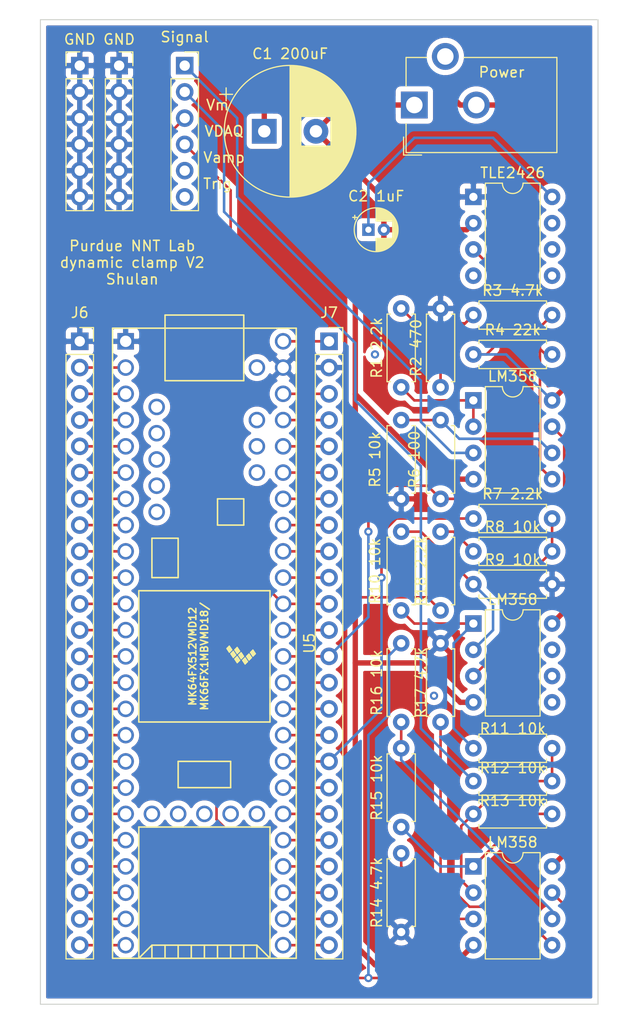
<source format=kicad_pcb>
(kicad_pcb (version 20171130) (host pcbnew "(5.1.10)-1")
  (layers (0 F.Cu signal) (31 B.Cu signal) (34 B.Paste user) (35 F.Paste user) (36 B.SilkS user) (37 F.SilkS user) (38 B.Mask user) (39 F.Mask user) (44 Edge.Cuts user))
  (net 0 "")
  (net 1 +9V)
  (net 2 -9V)
  (net 3 "Net-(C2-Pad1)")
  (net 4 0)
  (net 5 "Net-(J4-Pad1)")
  (net 6 "Net-(J4-Pad2)")
  (net 7 "Net-(J4-Pad3)")
  (net 8 "Net-(R1-Pad2)")
  (net 9 "Net-(R1-Pad1)")
  (net 10 "Net-(R3-Pad2)")
  (net 11 "Net-(R5-Pad1)")
  (net 12 "Net-(R7-Pad2)")
  (net 13 "Net-(R18-Pad1)")
  (net 14 "Net-(R10-Pad1)")
  (net 15 "Net-(R10-Pad2)")
  (net 16 "Net-(R11-Pad2)")
  (net 17 "Net-(R13-Pad2)")
  (net 18 "Net-(R14-Pad2)")
  (net 19 "Net-(R15-Pad2)")
  (net 20 "Net-(R17-Pad2)")
  (net 21 "Net-(J4-Pad4)")
  (net 22 "Net-(J6-Pad24)")
  (net 23 "Net-(J6-Pad23)")
  (net 24 "Net-(J6-Pad22)")
  (net 25 "Net-(J6-Pad21)")
  (net 26 "Net-(J6-Pad20)")
  (net 27 "Net-(J6-Pad19)")
  (net 28 "Net-(J6-Pad18)")
  (net 29 "Net-(J6-Pad17)")
  (net 30 "Net-(J6-Pad16)")
  (net 31 "Net-(J6-Pad15)")
  (net 32 "Net-(J6-Pad14)")
  (net 33 "Net-(J6-Pad13)")
  (net 34 "Net-(J6-Pad12)")
  (net 35 "Net-(J6-Pad11)")
  (net 36 "Net-(J6-Pad10)")
  (net 37 "Net-(J6-Pad9)")
  (net 38 "Net-(J6-Pad8)")
  (net 39 "Net-(J6-Pad7)")
  (net 40 "Net-(J6-Pad6)")
  (net 41 "Net-(J6-Pad5)")
  (net 42 "Net-(J6-Pad4)")
  (net 43 "Net-(J6-Pad3)")
  (net 44 "Net-(J6-Pad2)")
  (net 45 "Net-(J7-Pad1)")
  (net 46 "Net-(J7-Pad3)")
  (net 47 "Net-(J7-Pad4)")
  (net 48 "Net-(J7-Pad5)")
  (net 49 "Net-(J7-Pad6)")
  (net 50 "Net-(J7-Pad7)")
  (net 51 "Net-(J7-Pad8)")
  (net 52 "Net-(J7-Pad9)")
  (net 53 "Net-(J7-Pad10)")
  (net 54 "Net-(J7-Pad12)")
  (net 55 "Net-(J7-Pad13)")
  (net 56 "Net-(J7-Pad14)")
  (net 57 "Net-(J7-Pad15)")
  (net 58 "Net-(J7-Pad16)")
  (net 59 "Net-(J7-Pad17)")
  (net 60 "Net-(J7-Pad18)")
  (net 61 "Net-(J7-Pad19)")
  (net 62 "Net-(J7-Pad20)")
  (net 63 "Net-(J7-Pad21)")
  (net 64 "Net-(J7-Pad22)")
  (net 65 "Net-(J7-Pad23)")
  (net 66 "Net-(J7-Pad24)")
  (module Resistor_THT:R_Axial_DIN0207_L6.3mm_D2.5mm_P7.62mm_Horizontal (layer F.Cu) (at 76.2 150.495)
    (fp_text reference "R11 10k" (at 3.81 -1.905) (layer F.SilkS))
    (fp_text value 10k)
    (pad 2 thru_hole oval (at 7.62 0) (size 1.6 1.6) (drill 0.8) (layers *.Cu *.Mask) (net 16 "Net-(R11-Pad2)"))
    (pad 1 thru_hole circle (at 0 0) (size 1.6 1.6) (drill 0.8) (layers *.Cu *.Mask) (net 15 "Net-(R10-Pad2)"))
  )
  (module Capacitor_THT:CP_Radial_D12.5mm_P5.00mm (layer F.Cu) (at 55.96 90.805)
    (fp_text reference "C1 200uF" (at 2.5 -7.5) (layer F.SilkS))
    (fp_text value 200uF)
    (pad 1 thru_hole rect (at 0 0) (size 2.4 2.4) (drill 1.2) (layers *.Cu *.Mask) (net 1 +9V))
    (pad 2 thru_hole circle (at 5 0) (size 2.4 2.4) (drill 1.2) (layers *.Cu *.Mask) (net 2 -9V))
  )
  (module Capacitor_THT:CP_Radial_D4.0mm_P1.50mm (layer F.Cu) (at 66.04 100.33)
    (fp_text reference "C2 1uF" (at 0.75 -3.25) (layer F.SilkS))
    (fp_text value 1uF)
    (pad 1 thru_hole rect (at 0 0) (size 1.2 1.2) (drill 0.6) (layers *.Cu *.Mask) (net 3 "Net-(C2-Pad1)"))
    (pad 2 thru_hole circle (at 1.5 0) (size 1.2 1.2) (drill 0.6) (layers *.Cu *.Mask) (net 2 -9V))
  )
  (module Connector_PinHeader_2.54mm:PinHeader_1x06_P2.54mm_Vertical (layer F.Cu) (at 38.1 84.455)
    (fp_text reference GND (at 0 -2.54) (layer F.SilkS))
    (fp_text value Conn_01x06_Female)
    (pad 1 thru_hole rect (at 0 0) (size 1.7 1.7) (drill 1) (layers *.Cu *.Mask) (net 4 0))
    (pad 2 thru_hole oval (at 0 2.54) (size 1.7 1.7) (drill 1) (layers *.Cu *.Mask) (net 4 0))
    (pad 3 thru_hole oval (at 0 5.08) (size 1.7 1.7) (drill 1) (layers *.Cu *.Mask) (net 4 0))
    (pad 4 thru_hole oval (at 0 7.62) (size 1.7 1.7) (drill 1) (layers *.Cu *.Mask) (net 4 0))
    (pad 5 thru_hole oval (at 0 10.16) (size 1.7 1.7) (drill 1) (layers *.Cu *.Mask) (net 4 0))
    (pad 6 thru_hole oval (at 0 12.7) (size 1.7 1.7) (drill 1) (layers *.Cu *.Mask) (net 4 0))
  )
  (module Connector_BarrelJack:BarrelJack_CUI_PJ-102AH_Horizontal (layer F.Cu) (at 70.485 88.265 90)
    (fp_text reference Power (at 3.175 8.45) (layer F.SilkS))
    (fp_text value Barrel_Jack_MountingPin)
    (pad 1 thru_hole rect (at 0 0 90) (size 2.6 2.6) (drill 1.6) (layers *.Cu *.Mask) (net 2 -9V))
    (pad 2 thru_hole circle (at 0 6 90) (size 2.6 2.6) (drill 1.6) (layers *.Cu *.Mask) (net 1 +9V))
    (pad 3 thru_hole circle (at 4.7 3 90) (size 2.6 2.6) (drill 1.6) (layers *.Cu *.Mask))
  )
  (module Connector_PinSocket_2.54mm:PinSocket_1x06_P2.54mm_Vertical (layer F.Cu) (at 48.26 84.455)
    (fp_text reference Signal (at 0 -2.77) (layer F.SilkS))
    (fp_text value Screw_Terminal_01x06)
    (pad 6 thru_hole oval (at 0 12.7) (size 1.7 1.7) (drill 1) (layers *.Cu *.Mask))
    (pad 5 thru_hole oval (at 0 10.16) (size 1.7 1.7) (drill 1) (layers *.Cu *.Mask))
    (pad 4 thru_hole oval (at 0 7.62) (size 1.7 1.7) (drill 1) (layers *.Cu *.Mask) (net 21 "Net-(J4-Pad4)"))
    (pad 3 thru_hole oval (at 0 5.08) (size 1.7 1.7) (drill 1) (layers *.Cu *.Mask) (net 7 "Net-(J4-Pad3)"))
    (pad 2 thru_hole oval (at 0 2.54) (size 1.7 1.7) (drill 1) (layers *.Cu *.Mask) (net 6 "Net-(J4-Pad2)"))
    (pad 1 thru_hole rect (at 0 0) (size 1.7 1.7) (drill 1) (layers *.Cu *.Mask) (net 5 "Net-(J4-Pad1)"))
  )
  (module Connector_PinSocket_2.54mm:PinSocket_1x24_P2.54mm_Vertical (layer F.Cu) (at 38.1 111.125)
    (fp_text reference J6 (at 0 -2.77) (layer F.SilkS))
    (fp_text value Conn_01x24_Female)
    (pad 1 thru_hole rect (at 0 0) (size 1.7 1.7) (drill 1) (layers *.Cu *.Mask) (net 4 0))
    (pad 2 thru_hole oval (at 0 2.54) (size 1.7 1.7) (drill 1) (layers *.Cu *.Mask) (net 44 "Net-(J6-Pad2)"))
    (pad 3 thru_hole oval (at 0 5.08) (size 1.7 1.7) (drill 1) (layers *.Cu *.Mask) (net 43 "Net-(J6-Pad3)"))
    (pad 4 thru_hole oval (at 0 7.62) (size 1.7 1.7) (drill 1) (layers *.Cu *.Mask) (net 42 "Net-(J6-Pad4)"))
    (pad 5 thru_hole oval (at 0 10.16) (size 1.7 1.7) (drill 1) (layers *.Cu *.Mask) (net 41 "Net-(J6-Pad5)"))
    (pad 6 thru_hole oval (at 0 12.7) (size 1.7 1.7) (drill 1) (layers *.Cu *.Mask) (net 40 "Net-(J6-Pad6)"))
    (pad 7 thru_hole oval (at 0 15.24) (size 1.7 1.7) (drill 1) (layers *.Cu *.Mask) (net 39 "Net-(J6-Pad7)"))
    (pad 8 thru_hole oval (at 0 17.78) (size 1.7 1.7) (drill 1) (layers *.Cu *.Mask) (net 38 "Net-(J6-Pad8)"))
    (pad 9 thru_hole oval (at 0 20.32) (size 1.7 1.7) (drill 1) (layers *.Cu *.Mask) (net 37 "Net-(J6-Pad9)"))
    (pad 10 thru_hole oval (at 0 22.86) (size 1.7 1.7) (drill 1) (layers *.Cu *.Mask) (net 36 "Net-(J6-Pad10)"))
    (pad 11 thru_hole oval (at 0 25.4) (size 1.7 1.7) (drill 1) (layers *.Cu *.Mask) (net 35 "Net-(J6-Pad11)"))
    (pad 12 thru_hole oval (at 0 27.94) (size 1.7 1.7) (drill 1) (layers *.Cu *.Mask) (net 34 "Net-(J6-Pad12)"))
    (pad 13 thru_hole oval (at 0 30.48) (size 1.7 1.7) (drill 1) (layers *.Cu *.Mask) (net 33 "Net-(J6-Pad13)"))
    (pad 14 thru_hole oval (at 0 33.02) (size 1.7 1.7) (drill 1) (layers *.Cu *.Mask) (net 32 "Net-(J6-Pad14)"))
    (pad 15 thru_hole oval (at 0 35.56) (size 1.7 1.7) (drill 1) (layers *.Cu *.Mask) (net 31 "Net-(J6-Pad15)"))
    (pad 16 thru_hole oval (at 0 38.1) (size 1.7 1.7) (drill 1) (layers *.Cu *.Mask) (net 30 "Net-(J6-Pad16)"))
    (pad 17 thru_hole oval (at 0 40.64) (size 1.7 1.7) (drill 1) (layers *.Cu *.Mask) (net 29 "Net-(J6-Pad17)"))
    (pad 18 thru_hole oval (at 0 43.18) (size 1.7 1.7) (drill 1) (layers *.Cu *.Mask) (net 28 "Net-(J6-Pad18)"))
    (pad 19 thru_hole oval (at 0 45.72) (size 1.7 1.7) (drill 1) (layers *.Cu *.Mask) (net 27 "Net-(J6-Pad19)"))
    (pad 20 thru_hole oval (at 0 48.26) (size 1.7 1.7) (drill 1) (layers *.Cu *.Mask) (net 26 "Net-(J6-Pad20)"))
    (pad 21 thru_hole oval (at 0 50.8) (size 1.7 1.7) (drill 1) (layers *.Cu *.Mask) (net 25 "Net-(J6-Pad21)"))
    (pad 22 thru_hole oval (at 0 53.34) (size 1.7 1.7) (drill 1) (layers *.Cu *.Mask) (net 24 "Net-(J6-Pad22)"))
    (pad 23 thru_hole oval (at 0 55.88) (size 1.7 1.7) (drill 1) (layers *.Cu *.Mask) (net 23 "Net-(J6-Pad23)"))
    (pad 24 thru_hole oval (at 0 58.42) (size 1.7 1.7) (drill 1) (layers *.Cu *.Mask) (net 22 "Net-(J6-Pad24)"))
  )
  (module Connector_PinSocket_2.54mm:PinSocket_1x24_P2.54mm_Vertical (layer F.Cu) (at 62.23 111.125)
    (fp_text reference J7 (at 0 -2.77) (layer F.SilkS))
    (fp_text value Conn_01x24_Female)
    (pad 24 thru_hole oval (at 0 58.42) (size 1.7 1.7) (drill 1) (layers *.Cu *.Mask) (net 66 "Net-(J7-Pad24)"))
    (pad 23 thru_hole oval (at 0 55.88) (size 1.7 1.7) (drill 1) (layers *.Cu *.Mask) (net 65 "Net-(J7-Pad23)"))
    (pad 22 thru_hole oval (at 0 53.34) (size 1.7 1.7) (drill 1) (layers *.Cu *.Mask) (net 64 "Net-(J7-Pad22)"))
    (pad 21 thru_hole oval (at 0 50.8) (size 1.7 1.7) (drill 1) (layers *.Cu *.Mask) (net 63 "Net-(J7-Pad21)"))
    (pad 20 thru_hole oval (at 0 48.26) (size 1.7 1.7) (drill 1) (layers *.Cu *.Mask) (net 62 "Net-(J7-Pad20)"))
    (pad 19 thru_hole oval (at 0 45.72) (size 1.7 1.7) (drill 1) (layers *.Cu *.Mask) (net 61 "Net-(J7-Pad19)"))
    (pad 18 thru_hole oval (at 0 43.18) (size 1.7 1.7) (drill 1) (layers *.Cu *.Mask) (net 60 "Net-(J7-Pad18)"))
    (pad 17 thru_hole oval (at 0 40.64) (size 1.7 1.7) (drill 1) (layers *.Cu *.Mask) (net 59 "Net-(J7-Pad17)"))
    (pad 16 thru_hole oval (at 0 38.1) (size 1.7 1.7) (drill 1) (layers *.Cu *.Mask) (net 58 "Net-(J7-Pad16)"))
    (pad 15 thru_hole oval (at 0 35.56) (size 1.7 1.7) (drill 1) (layers *.Cu *.Mask) (net 57 "Net-(J7-Pad15)"))
    (pad 14 thru_hole oval (at 0 33.02) (size 1.7 1.7) (drill 1) (layers *.Cu *.Mask) (net 56 "Net-(J7-Pad14)"))
    (pad 13 thru_hole oval (at 0 30.48) (size 1.7 1.7) (drill 1) (layers *.Cu *.Mask) (net 55 "Net-(J7-Pad13)"))
    (pad 12 thru_hole oval (at 0 27.94) (size 1.7 1.7) (drill 1) (layers *.Cu *.Mask) (net 54 "Net-(J7-Pad12)"))
    (pad 11 thru_hole oval (at 0 25.4) (size 1.7 1.7) (drill 1) (layers *.Cu *.Mask) (net 21 "Net-(J4-Pad4)"))
    (pad 10 thru_hole oval (at 0 22.86) (size 1.7 1.7) (drill 1) (layers *.Cu *.Mask) (net 53 "Net-(J7-Pad10)"))
    (pad 9 thru_hole oval (at 0 20.32) (size 1.7 1.7) (drill 1) (layers *.Cu *.Mask) (net 52 "Net-(J7-Pad9)"))
    (pad 8 thru_hole oval (at 0 17.78) (size 1.7 1.7) (drill 1) (layers *.Cu *.Mask) (net 51 "Net-(J7-Pad8)"))
    (pad 7 thru_hole oval (at 0 15.24) (size 1.7 1.7) (drill 1) (layers *.Cu *.Mask) (net 50 "Net-(J7-Pad7)"))
    (pad 6 thru_hole oval (at 0 12.7) (size 1.7 1.7) (drill 1) (layers *.Cu *.Mask) (net 49 "Net-(J7-Pad6)"))
    (pad 5 thru_hole oval (at 0 10.16) (size 1.7 1.7) (drill 1) (layers *.Cu *.Mask) (net 48 "Net-(J7-Pad5)"))
    (pad 4 thru_hole oval (at 0 7.62) (size 1.7 1.7) (drill 1) (layers *.Cu *.Mask) (net 47 "Net-(J7-Pad4)"))
    (pad 3 thru_hole oval (at 0 5.08) (size 1.7 1.7) (drill 1) (layers *.Cu *.Mask) (net 46 "Net-(J7-Pad3)"))
    (pad 2 thru_hole oval (at 0 2.54) (size 1.7 1.7) (drill 1) (layers *.Cu *.Mask) (net 4 0))
    (pad 1 thru_hole rect (at 0 0) (size 1.7 1.7) (drill 1) (layers *.Cu *.Mask) (net 45 "Net-(J7-Pad1)"))
  )
  (module Connector_PinSocket_2.54mm:PinSocket_1x06_P2.54mm_Vertical (layer F.Cu) (at 41.91 84.455)
    (fp_text reference GND (at 0 -2.54) (layer F.SilkS))
    (fp_text value Screw_Terminal_01x06)
    (pad 1 thru_hole rect (at 0 0) (size 1.7 1.7) (drill 1) (layers *.Cu *.Mask) (net 4 0))
    (pad 2 thru_hole oval (at 0 2.54) (size 1.7 1.7) (drill 1) (layers *.Cu *.Mask) (net 4 0))
    (pad 3 thru_hole oval (at 0 5.08) (size 1.7 1.7) (drill 1) (layers *.Cu *.Mask) (net 4 0))
    (pad 4 thru_hole oval (at 0 7.62) (size 1.7 1.7) (drill 1) (layers *.Cu *.Mask) (net 4 0))
    (pad 5 thru_hole oval (at 0 10.16) (size 1.7 1.7) (drill 1) (layers *.Cu *.Mask) (net 4 0))
    (pad 6 thru_hole oval (at 0 12.7) (size 1.7 1.7) (drill 1) (layers *.Cu *.Mask) (net 4 0))
  )
  (module Resistor_THT:R_Axial_DIN0207_L6.3mm_D2.5mm_P7.62mm_Horizontal (layer F.Cu) (at 69.215 115.57 90)
    (fp_text reference "R1 2.2k" (at 3.81 -2.37 90) (layer F.SilkS))
    (fp_text value 2.2k)
    (pad 2 thru_hole oval (at 7.62 0 90) (size 1.6 1.6) (drill 0.8) (layers *.Cu *.Mask) (net 8 "Net-(R1-Pad2)"))
    (pad 1 thru_hole circle (at 0 0 90) (size 1.6 1.6) (drill 0.8) (layers *.Cu *.Mask) (net 9 "Net-(R1-Pad1)"))
  )
  (module Resistor_THT:R_Axial_DIN0207_L6.3mm_D2.5mm_P7.62mm_Horizontal (layer F.Cu) (at 73.025 115.57 90)
    (fp_text reference "R2 470" (at 3.81 -2.37 90) (layer F.SilkS))
    (fp_text value 470)
    (pad 2 thru_hole oval (at 7.62 0 90) (size 1.6 1.6) (drill 0.8) (layers *.Cu *.Mask) (net 4 0))
    (pad 1 thru_hole circle (at 0 0 90) (size 1.6 1.6) (drill 0.8) (layers *.Cu *.Mask) (net 8 "Net-(R1-Pad2)"))
  )
  (module Resistor_THT:R_Axial_DIN0207_L6.3mm_D2.5mm_P7.62mm_Horizontal (layer F.Cu) (at 76.2 108.585)
    (fp_text reference "R3 4.7k" (at 3.81 -2.37) (layer F.SilkS))
    (fp_text value 4.7k)
    (pad 1 thru_hole circle (at 0 0) (size 1.6 1.6) (drill 0.8) (layers *.Cu *.Mask) (net 8 "Net-(R1-Pad2)"))
    (pad 2 thru_hole oval (at 7.62 0) (size 1.6 1.6) (drill 0.8) (layers *.Cu *.Mask) (net 10 "Net-(R3-Pad2)"))
  )
  (module Resistor_THT:R_Axial_DIN0207_L6.3mm_D2.5mm_P7.62mm_Horizontal (layer F.Cu) (at 76.2 112.395)
    (fp_text reference "R4 22k" (at 3.81 -2.37) (layer F.SilkS))
    (fp_text value 22k)
    (pad 1 thru_hole circle (at 0 0) (size 1.6 1.6) (drill 0.8) (layers *.Cu *.Mask) (net 1 +9V))
    (pad 2 thru_hole oval (at 7.62 0) (size 1.6 1.6) (drill 0.8) (layers *.Cu *.Mask) (net 10 "Net-(R3-Pad2)"))
  )
  (module Resistor_THT:R_Axial_DIN0207_L6.3mm_D2.5mm_P7.62mm_Horizontal (layer F.Cu) (at 69.215 118.745 270)
    (fp_text reference "R5 10k" (at 3.81 2.54 90) (layer F.SilkS))
    (fp_text value 10k)
    (pad 2 thru_hole oval (at 7.62 0 270) (size 1.6 1.6) (drill 0.8) (layers *.Cu *.Mask) (net 4 0))
    (pad 1 thru_hole circle (at 0 0 270) (size 1.6 1.6) (drill 0.8) (layers *.Cu *.Mask) (net 11 "Net-(R5-Pad1)"))
  )
  (module Resistor_THT:R_Axial_DIN0207_L6.3mm_D2.5mm_P7.62mm_Horizontal (layer F.Cu) (at 73.025 118.745 270)
    (fp_text reference "R6 100" (at 3.81 2.54 90) (layer F.SilkS))
    (fp_text value 10k)
    (pad 1 thru_hole circle (at 0 0 270) (size 1.6 1.6) (drill 0.8) (layers *.Cu *.Mask) (net 11 "Net-(R5-Pad1)"))
    (pad 2 thru_hole oval (at 7.62 0 270) (size 1.6 1.6) (drill 0.8) (layers *.Cu *.Mask) (net 55 "Net-(J7-Pad13)"))
  )
  (module Resistor_THT:R_Axial_DIN0207_L6.3mm_D2.5mm_P7.62mm_Horizontal (layer F.Cu) (at 76.2 128.27)
    (fp_text reference "R7 2.2k" (at 3.81 -2.37) (layer F.SilkS))
    (fp_text value 2.2k)
    (pad 2 thru_hole oval (at 7.62 0) (size 1.6 1.6) (drill 0.8) (layers *.Cu *.Mask) (net 12 "Net-(R7-Pad2)"))
    (pad 1 thru_hole circle (at 0 0) (size 1.6 1.6) (drill 0.8) (layers *.Cu *.Mask) (net 59 "Net-(J7-Pad17)"))
  )
  (module Resistor_THT:R_Axial_DIN0207_L6.3mm_D2.5mm_P7.62mm_Horizontal (layer F.Cu) (at 76.2 131.445)
    (fp_text reference "R8 10k" (at 3.81 -2.37) (layer F.SilkS))
    (fp_text value 10k)
    (pad 1 thru_hole circle (at 0 0) (size 1.6 1.6) (drill 0.8) (layers *.Cu *.Mask) (net 13 "Net-(R18-Pad1)"))
    (pad 2 thru_hole oval (at 7.62 0) (size 1.6 1.6) (drill 0.8) (layers *.Cu *.Mask) (net 12 "Net-(R7-Pad2)"))
  )
  (module Resistor_THT:R_Axial_DIN0207_L6.3mm_D2.5mm_P7.62mm_Horizontal (layer F.Cu) (at 76.2 134.62)
    (fp_text reference "R9 10k" (at 3.81 -2.37) (layer F.SilkS))
    (fp_text value 10k)
    (pad 1 thru_hole circle (at 0 0) (size 1.6 1.6) (drill 0.8) (layers *.Cu *.Mask) (net 14 "Net-(R10-Pad1)"))
    (pad 2 thru_hole oval (at 7.62 0) (size 1.6 1.6) (drill 0.8) (layers *.Cu *.Mask) (net 4 0))
  )
  (module Resistor_THT:R_Axial_DIN0207_L6.3mm_D2.5mm_P7.62mm_Horizontal (layer F.Cu) (at 69.215 129.54 270)
    (fp_text reference "R10 10k" (at 3.81 2.54 90) (layer F.SilkS))
    (fp_text value 10k)
    (pad 2 thru_hole oval (at 7.62 0 270) (size 1.6 1.6) (drill 0.8) (layers *.Cu *.Mask) (net 15 "Net-(R10-Pad2)"))
    (pad 1 thru_hole circle (at 0 0 270) (size 1.6 1.6) (drill 0.8) (layers *.Cu *.Mask) (net 14 "Net-(R10-Pad1)"))
  )
  (module Resistor_THT:R_Axial_DIN0207_L6.3mm_D2.5mm_P7.62mm_Horizontal (layer F.Cu) (at 83.82 153.67 180)
    (fp_text reference "R12 10k" (at 3.81 1.27) (layer F.SilkS))
    (fp_text value 10k)
    (pad 1 thru_hole circle (at 0 0 180) (size 1.6 1.6) (drill 0.8) (layers *.Cu *.Mask) (net 16 "Net-(R11-Pad2)"))
    (pad 2 thru_hole oval (at 7.62 0 180) (size 1.6 1.6) (drill 0.8) (layers *.Cu *.Mask) (net 6 "Net-(J4-Pad2)"))
  )
  (module Resistor_THT:R_Axial_DIN0207_L6.3mm_D2.5mm_P7.62mm_Horizontal (layer F.Cu) (at 76.2 156.845)
    (fp_text reference "R13 10k" (at 3.81 -1.27) (layer F.SilkS))
    (fp_text value 10k)
    (pad 2 thru_hole oval (at 7.62 0) (size 1.6 1.6) (drill 0.8) (layers *.Cu *.Mask) (net 17 "Net-(R13-Pad2)"))
    (pad 1 thru_hole circle (at 0 0) (size 1.6 1.6) (drill 0.8) (layers *.Cu *.Mask) (net 16 "Net-(R11-Pad2)"))
  )
  (module Resistor_THT:R_Axial_DIN0207_L6.3mm_D2.5mm_P7.62mm_Horizontal (layer F.Cu) (at 69.215 168.275 90)
    (fp_text reference "R14 4.7k" (at 3.81 -2.37 90) (layer F.SilkS))
    (fp_text value 4.7k)
    (pad 1 thru_hole circle (at 0 0 90) (size 1.6 1.6) (drill 0.8) (layers *.Cu *.Mask) (net 4 0))
    (pad 2 thru_hole oval (at 7.62 0 90) (size 1.6 1.6) (drill 0.8) (layers *.Cu *.Mask) (net 18 "Net-(R14-Pad2)"))
  )
  (module Resistor_THT:R_Axial_DIN0207_L6.3mm_D2.5mm_P7.62mm_Horizontal (layer F.Cu) (at 69.215 158.115 90)
    (fp_text reference "R15 10k" (at 3.81 -2.37 90) (layer F.SilkS))
    (fp_text value 10k)
    (pad 1 thru_hole circle (at 0 0 90) (size 1.6 1.6) (drill 0.8) (layers *.Cu *.Mask) (net 17 "Net-(R13-Pad2)"))
    (pad 2 thru_hole oval (at 7.62 0 90) (size 1.6 1.6) (drill 0.8) (layers *.Cu *.Mask) (net 19 "Net-(R15-Pad2)"))
  )
  (module Resistor_THT:R_Axial_DIN0207_L6.3mm_D2.5mm_P7.62mm_Horizontal (layer F.Cu) (at 69.215 147.955 90)
    (fp_text reference "R16 10k" (at 3.81 -2.37 90) (layer F.SilkS))
    (fp_text value 10k)
    (pad 1 thru_hole circle (at 0 0 90) (size 1.6 1.6) (drill 0.8) (layers *.Cu *.Mask) (net 19 "Net-(R15-Pad2)"))
    (pad 2 thru_hole oval (at 7.62 0 90) (size 1.6 1.6) (drill 0.8) (layers *.Cu *.Mask) (net 7 "Net-(J4-Pad3)"))
  )
  (module Resistor_THT:R_Axial_DIN0207_L6.3mm_D2.5mm_P7.62mm_Horizontal (layer F.Cu) (at 73.025 140.335 270)
    (fp_text reference "R17 4.7k" (at 3.81 1.905 90) (layer F.SilkS))
    (fp_text value 0k)
    (pad 2 thru_hole oval (at 7.62 0 270) (size 1.6 1.6) (drill 0.8) (layers *.Cu *.Mask) (net 20 "Net-(R17-Pad2)"))
    (pad 1 thru_hole circle (at 0 0 270) (size 1.6 1.6) (drill 0.8) (layers *.Cu *.Mask) (net 4 0))
  )
  (module Resistor_THT:R_Axial_DIN0207_L6.3mm_D2.5mm_P7.62mm_Horizontal (layer F.Cu) (at 73.025 129.54 270)
    (fp_text reference "R18 2.2k" (at 3.81 1.905 90) (layer F.SilkS))
    (fp_text value 2.2k)
    (pad 2 thru_hole oval (at 7.62 0 270) (size 1.6 1.6) (drill 0.8) (layers *.Cu *.Mask) (net 2 -9V))
    (pad 1 thru_hole circle (at 0 0 270) (size 1.6 1.6) (drill 0.8) (layers *.Cu *.Mask) (net 13 "Net-(R18-Pad1)"))
  )
  (module Package_DIP:DIP-8_W7.62mm (layer F.Cu) (at 76.2 116.84)
    (fp_text reference LM358 (at 3.81 -2.33) (layer F.SilkS))
    (fp_text value LM358)
    (pad 8 thru_hole oval (at 7.62 0) (size 1.6 1.6) (drill 0.8) (layers *.Cu *.Mask) (net 1 +9V))
    (pad 4 thru_hole oval (at 0 7.62) (size 1.6 1.6) (drill 0.8) (layers *.Cu *.Mask) (net 2 -9V))
    (pad 7 thru_hole oval (at 7.62 2.54) (size 1.6 1.6) (drill 0.8) (layers *.Cu *.Mask) (net 55 "Net-(J7-Pad13)"))
    (pad 3 thru_hole oval (at 0 5.08) (size 1.6 1.6) (drill 0.8) (layers *.Cu *.Mask) (net 5 "Net-(J4-Pad1)"))
    (pad 6 thru_hole oval (at 7.62 5.08) (size 1.6 1.6) (drill 0.8) (layers *.Cu *.Mask) (net 11 "Net-(R5-Pad1)"))
    (pad 2 thru_hole oval (at 0 2.54) (size 1.6 1.6) (drill 0.8) (layers *.Cu *.Mask) (net 9 "Net-(R1-Pad1)"))
    (pad 5 thru_hole oval (at 7.62 7.62) (size 1.6 1.6) (drill 0.8) (layers *.Cu *.Mask) (net 10 "Net-(R3-Pad2)"))
    (pad 1 thru_hole rect (at 0 0) (size 1.6 1.6) (drill 0.8) (layers *.Cu *.Mask) (net 9 "Net-(R1-Pad1)"))
  )
  (module Package_DIP:DIP-8_W7.62mm (layer F.Cu) (at 76.2 138.43)
    (fp_text reference LM358 (at 3.81 -2.33) (layer F.SilkS))
    (fp_text value LM358)
    (pad 1 thru_hole rect (at 0 0) (size 1.6 1.6) (drill 0.8) (layers *.Cu *.Mask) (net 15 "Net-(R10-Pad2)"))
    (pad 5 thru_hole oval (at 7.62 7.62) (size 1.6 1.6) (drill 0.8) (layers *.Cu *.Mask))
    (pad 2 thru_hole oval (at 0 2.54) (size 1.6 1.6) (drill 0.8) (layers *.Cu *.Mask) (net 14 "Net-(R10-Pad1)"))
    (pad 6 thru_hole oval (at 7.62 5.08) (size 1.6 1.6) (drill 0.8) (layers *.Cu *.Mask))
    (pad 3 thru_hole oval (at 0 5.08) (size 1.6 1.6) (drill 0.8) (layers *.Cu *.Mask) (net 12 "Net-(R7-Pad2)"))
    (pad 7 thru_hole oval (at 7.62 2.54) (size 1.6 1.6) (drill 0.8) (layers *.Cu *.Mask))
    (pad 4 thru_hole oval (at 0 7.62) (size 1.6 1.6) (drill 0.8) (layers *.Cu *.Mask) (net 2 -9V))
    (pad 8 thru_hole oval (at 7.62 0) (size 1.6 1.6) (drill 0.8) (layers *.Cu *.Mask) (net 1 +9V))
  )
  (module Package_DIP:DIP-8_W7.62mm (layer F.Cu) (at 76.2 161.925)
    (fp_text reference LM358 (at 3.81 -2.33) (layer F.SilkS))
    (fp_text value LM358)
    (pad 1 thru_hole rect (at 0 0) (size 1.6 1.6) (drill 0.8) (layers *.Cu *.Mask) (net 17 "Net-(R13-Pad2)"))
    (pad 5 thru_hole oval (at 7.62 7.62) (size 1.6 1.6) (drill 0.8) (layers *.Cu *.Mask) (net 20 "Net-(R17-Pad2)"))
    (pad 2 thru_hole oval (at 0 2.54) (size 1.6 1.6) (drill 0.8) (layers *.Cu *.Mask) (net 16 "Net-(R11-Pad2)"))
    (pad 6 thru_hole oval (at 7.62 5.08) (size 1.6 1.6) (drill 0.8) (layers *.Cu *.Mask) (net 19 "Net-(R15-Pad2)"))
    (pad 3 thru_hole oval (at 0 5.08) (size 1.6 1.6) (drill 0.8) (layers *.Cu *.Mask) (net 18 "Net-(R14-Pad2)"))
    (pad 7 thru_hole oval (at 7.62 2.54) (size 1.6 1.6) (drill 0.8) (layers *.Cu *.Mask) (net 7 "Net-(J4-Pad3)"))
    (pad 4 thru_hole oval (at 0 7.62) (size 1.6 1.6) (drill 0.8) (layers *.Cu *.Mask) (net 2 -9V))
    (pad 8 thru_hole oval (at 7.62 0) (size 1.6 1.6) (drill 0.8) (layers *.Cu *.Mask) (net 1 +9V))
  )
  (module Package_DIP:DIP-8_W7.62mm (layer F.Cu) (at 76.2 97.155)
    (fp_text reference TLE2426 (at 3.81 -2.33) (layer F.SilkS))
    (fp_text value TLE2426xD)
    (pad 8 thru_hole oval (at 7.62 0) (size 1.6 1.6) (drill 0.8) (layers *.Cu *.Mask) (net 3 "Net-(C2-Pad1)"))
    (pad 4 thru_hole oval (at 0 7.62) (size 1.6 1.6) (drill 0.8) (layers *.Cu *.Mask))
    (pad 7 thru_hole oval (at 7.62 2.54) (size 1.6 1.6) (drill 0.8) (layers *.Cu *.Mask))
    (pad 3 thru_hole oval (at 0 5.08) (size 1.6 1.6) (drill 0.8) (layers *.Cu *.Mask) (net 1 +9V))
    (pad 6 thru_hole oval (at 7.62 5.08) (size 1.6 1.6) (drill 0.8) (layers *.Cu *.Mask))
    (pad 2 thru_hole oval (at 0 2.54) (size 1.6 1.6) (drill 0.8) (layers *.Cu *.Mask) (net 2 -9V))
    (pad 5 thru_hole oval (at 7.62 7.62) (size 1.6 1.6) (drill 0.8) (layers *.Cu *.Mask))
    (pad 1 thru_hole rect (at 0 0) (size 1.6 1.6) (drill 0.8) (layers *.Cu *.Mask) (net 4 0))
  )
  (module teensy:Teensy35_36 (layer F.Cu) (at 50.165 140.335 270)
    (fp_text reference U5 (at 0 -10.16 90) (layer F.SilkS))
    (fp_text value Teensy3.6)
    (fp_text user MK66FX1MBVMD18/ (at 1.27 0 90) (layer F.SilkS) (effects (font (size 0.7 0.7))))
    (fp_text user MK64FX512VMD12 (at 1.27 1.143 90) (layer F.SilkS) (effects (font (size 0.7 0.7))))
    (pad 17 thru_hole circle (at 11.43 7.62 270) (size 1.6 1.6) (drill 1.1) (layers *.Cu *.Mask) (net 29 "Net-(J6-Pad17)"))
    (pad 18 thru_hole circle (at 13.97 7.62 270) (size 1.6 1.6) (drill 1.1) (layers *.Cu *.Mask) (net 28 "Net-(J6-Pad18)"))
    (pad 19 thru_hole circle (at 16.51 7.62 270) (size 1.6 1.6) (drill 1.1) (layers *.Cu *.Mask) (net 27 "Net-(J6-Pad19)"))
    (pad 20 thru_hole circle (at 19.05 7.62 270) (size 1.6 1.6) (drill 1.1) (layers *.Cu *.Mask) (net 26 "Net-(J6-Pad20)"))
    (pad 16 thru_hole circle (at 8.89 7.62 270) (size 1.6 1.6) (drill 1.1) (layers *.Cu *.Mask) (net 30 "Net-(J6-Pad16)"))
    (pad 15 thru_hole circle (at 6.35 7.62 270) (size 1.6 1.6) (drill 1.1) (layers *.Cu *.Mask) (net 31 "Net-(J6-Pad15)"))
    (pad 14 thru_hole circle (at 3.81 7.62 270) (size 1.6 1.6) (drill 1.1) (layers *.Cu *.Mask) (net 32 "Net-(J6-Pad14)"))
    (pad 21 thru_hole circle (at 21.59 7.62 270) (size 1.6 1.6) (drill 1.1) (layers *.Cu *.Mask) (net 25 "Net-(J6-Pad21)"))
    (pad 22 thru_hole circle (at 24.13 7.62 270) (size 1.6 1.6) (drill 1.1) (layers *.Cu *.Mask) (net 24 "Net-(J6-Pad22)"))
    (pad 23 thru_hole circle (at 26.67 7.62 270) (size 1.6 1.6) (drill 1.1) (layers *.Cu *.Mask) (net 23 "Net-(J6-Pad23)"))
    (pad 24 thru_hole circle (at 29.21 7.62 270) (size 1.6 1.6) (drill 1.1) (layers *.Cu *.Mask) (net 22 "Net-(J6-Pad24)"))
    (pad 25 thru_hole circle (at 16.51 5.08 270) (size 1.6 1.6) (drill 1.1) (layers *.Cu *.Mask))
    (pad 26 thru_hole circle (at 16.51 2.54 270) (size 1.6 1.6) (drill 1.1) (layers *.Cu *.Mask))
    (pad 27 thru_hole circle (at 16.51 0 270) (size 1.6 1.6) (drill 1.1) (layers *.Cu *.Mask))
    (pad 28 thru_hole circle (at 16.51 -2.54 270) (size 1.6 1.6) (drill 1.1) (layers *.Cu *.Mask))
    (pad 29 thru_hole circle (at 16.51 -5.08 270) (size 1.6 1.6) (drill 1.1) (layers *.Cu *.Mask))
    (pad 30 thru_hole circle (at 29.21 -7.62 270) (size 1.6 1.6) (drill 1.1) (layers *.Cu *.Mask) (net 66 "Net-(J7-Pad24)"))
    (pad 31 thru_hole circle (at 26.67 -7.62 270) (size 1.6 1.6) (drill 1.1) (layers *.Cu *.Mask) (net 65 "Net-(J7-Pad23)"))
    (pad 32 thru_hole circle (at 24.13 -7.62 270) (size 1.6 1.6) (drill 1.1) (layers *.Cu *.Mask) (net 64 "Net-(J7-Pad22)"))
    (pad 33 thru_hole circle (at 21.59 -7.62 270) (size 1.6 1.6) (drill 1.1) (layers *.Cu *.Mask) (net 63 "Net-(J7-Pad21)"))
    (pad 34 thru_hole circle (at 19.05 -7.62 270) (size 1.6 1.6) (drill 1.1) (layers *.Cu *.Mask) (net 62 "Net-(J7-Pad20)"))
    (pad 35 thru_hole circle (at 16.51 -7.62 270) (size 1.6 1.6) (drill 1.1) (layers *.Cu *.Mask) (net 61 "Net-(J7-Pad19)"))
    (pad 36 thru_hole circle (at 13.97 -7.62 270) (size 1.6 1.6) (drill 1.1) (layers *.Cu *.Mask) (net 60 "Net-(J7-Pad18)"))
    (pad 37 thru_hole circle (at 11.43 -7.62 270) (size 1.6 1.6) (drill 1.1) (layers *.Cu *.Mask) (net 59 "Net-(J7-Pad17)"))
    (pad 13 thru_hole circle (at 1.27 7.62 270) (size 1.6 1.6) (drill 1.1) (layers *.Cu *.Mask) (net 33 "Net-(J6-Pad13)"))
    (pad 12 thru_hole circle (at -1.27 7.62 270) (size 1.6 1.6) (drill 1.1) (layers *.Cu *.Mask) (net 34 "Net-(J6-Pad12)"))
    (pad 11 thru_hole circle (at -3.81 7.62 270) (size 1.6 1.6) (drill 1.1) (layers *.Cu *.Mask) (net 35 "Net-(J6-Pad11)"))
    (pad 10 thru_hole circle (at -6.35 7.62 270) (size 1.6 1.6) (drill 1.1) (layers *.Cu *.Mask) (net 36 "Net-(J6-Pad10)"))
    (pad 9 thru_hole circle (at -8.89 7.62 270) (size 1.6 1.6) (drill 1.1) (layers *.Cu *.Mask) (net 37 "Net-(J6-Pad9)"))
    (pad 8 thru_hole circle (at -11.43 7.62 270) (size 1.6 1.6) (drill 1.1) (layers *.Cu *.Mask) (net 38 "Net-(J6-Pad8)"))
    (pad 7 thru_hole circle (at -13.97 7.62 270) (size 1.6 1.6) (drill 1.1) (layers *.Cu *.Mask) (net 39 "Net-(J6-Pad7)"))
    (pad 6 thru_hole circle (at -16.51 7.62 270) (size 1.6 1.6) (drill 1.1) (layers *.Cu *.Mask) (net 40 "Net-(J6-Pad6)"))
    (pad 5 thru_hole circle (at -19.05 7.62 270) (size 1.6 1.6) (drill 1.1) (layers *.Cu *.Mask) (net 41 "Net-(J6-Pad5)"))
    (pad 4 thru_hole circle (at -21.59 7.62 270) (size 1.6 1.6) (drill 1.1) (layers *.Cu *.Mask) (net 42 "Net-(J6-Pad4)"))
    (pad 3 thru_hole circle (at -24.13 7.62 270) (size 1.6 1.6) (drill 1.1) (layers *.Cu *.Mask) (net 43 "Net-(J6-Pad3)"))
    (pad 2 thru_hole circle (at -26.67 7.62 270) (size 1.6 1.6) (drill 1.1) (layers *.Cu *.Mask) (net 44 "Net-(J6-Pad2)"))
    (pad 1 thru_hole rect (at -29.21 7.62 270) (size 1.6 1.6) (drill 1.1) (layers *.Cu *.Mask) (net 4 0))
    (pad 38 thru_hole circle (at 8.89 -7.62 270) (size 1.6 1.6) (drill 1.1) (layers *.Cu *.Mask) (net 58 "Net-(J7-Pad16)"))
    (pad 39 thru_hole circle (at 6.35 -7.62 270) (size 1.6 1.6) (drill 1.1) (layers *.Cu *.Mask) (net 57 "Net-(J7-Pad15)"))
    (pad 40 thru_hole circle (at 3.81 -7.62 270) (size 1.6 1.6) (drill 1.1) (layers *.Cu *.Mask) (net 56 "Net-(J7-Pad14)"))
    (pad 41 thru_hole circle (at 1.27 -7.62 270) (size 1.6 1.6) (drill 1.1) (layers *.Cu *.Mask) (net 55 "Net-(J7-Pad13)"))
    (pad 42 thru_hole circle (at -1.27 -7.62 270) (size 1.6 1.6) (drill 1.1) (layers *.Cu *.Mask) (net 54 "Net-(J7-Pad12)"))
    (pad 43 thru_hole circle (at -3.81 -7.62 270) (size 1.6 1.6) (drill 1.1) (layers *.Cu *.Mask) (net 21 "Net-(J4-Pad4)"))
    (pad 44 thru_hole circle (at -6.35 -7.62 270) (size 1.6 1.6) (drill 1.1) (layers *.Cu *.Mask) (net 53 "Net-(J7-Pad10)"))
    (pad 45 thru_hole circle (at -8.89 -7.62 270) (size 1.6 1.6) (drill 1.1) (layers *.Cu *.Mask) (net 52 "Net-(J7-Pad9)"))
    (pad 46 thru_hole circle (at -11.43 -7.62 270) (size 1.6 1.6) (drill 1.1) (layers *.Cu *.Mask) (net 51 "Net-(J7-Pad8)"))
    (pad 47 thru_hole circle (at -13.97 -7.62 270) (size 1.6 1.6) (drill 1.1) (layers *.Cu *.Mask) (net 50 "Net-(J7-Pad7)"))
    (pad 48 thru_hole circle (at -16.51 -7.62 270) (size 1.6 1.6) (drill 1.1) (layers *.Cu *.Mask) (net 49 "Net-(J7-Pad6)"))
    (pad 49 thru_hole circle (at -19.05 -7.62 270) (size 1.6 1.6) (drill 1.1) (layers *.Cu *.Mask) (net 48 "Net-(J7-Pad5)"))
    (pad 50 thru_hole circle (at -21.59 -7.62 270) (size 1.6 1.6) (drill 1.1) (layers *.Cu *.Mask) (net 47 "Net-(J7-Pad4)"))
    (pad 51 thru_hole circle (at -24.13 -7.62 270) (size 1.6 1.6) (drill 1.1) (layers *.Cu *.Mask) (net 46 "Net-(J7-Pad3)"))
    (pad 52 thru_hole circle (at -26.67 -7.62 270) (size 1.6 1.6) (drill 1.1) (layers *.Cu *.Mask) (net 4 0))
    (pad 53 thru_hole circle (at -29.21 -7.62 270) (size 1.6 1.6) (drill 1.1) (layers *.Cu *.Mask) (net 45 "Net-(J7-Pad1)"))
    (pad 54 thru_hole circle (at -26.67 -5.08 270) (size 1.6 1.6) (drill 1.1) (layers *.Cu *.Mask))
    (pad 55 thru_hole circle (at -21.59 -5.08 270) (size 1.6 1.6) (drill 1.1) (layers *.Cu *.Mask))
    (pad 56 thru_hole circle (at -19.05 -5.08 270) (size 1.6 1.6) (drill 1.1) (layers *.Cu *.Mask))
    (pad 57 thru_hole circle (at -16.51 -5.08 270) (size 1.6 1.6) (drill 1.1) (layers *.Cu *.Mask))
    (pad 58 thru_hole circle (at -22.86 4.62 270) (size 1.6 1.6) (drill 1.1) (layers *.Cu *.Mask))
    (pad 59 thru_hole circle (at -20.32 4.62 270) (size 1.6 1.6) (drill 1.1) (layers *.Cu *.Mask))
    (pad 60 thru_hole circle (at -17.78 4.62 270) (size 1.6 1.6) (drill 1.1) (layers *.Cu *.Mask))
    (pad 61 thru_hole circle (at -15.24 4.62 270) (size 1.6 1.6) (drill 1.1) (layers *.Cu *.Mask))
    (pad 62 thru_hole circle (at -12.7 4.62 270) (size 1.6 1.6) (drill 1.1) (layers *.Cu *.Mask))
  )
  (gr_text "Purdue NNT Lab\ndynamic clamp V2\nShulan" (at 43.18 103.505) (layer F.SilkS) (effects (font (size 1 1))))
  (gr_line (start 88.265 80.01) (end 88.265 175.26) (layer Edge.Cuts) (width 0.1))
  (gr_line (start 34.29 80.01) (end 88.265 80.01) (layer Edge.Cuts) (width 0.1))
  (gr_line (start 34.29 175.26) (end 34.29 80.01) (layer Edge.Cuts) (width 0.1))
  (gr_line (start 88.265 175.26) (end 34.29 175.26) (layer Edge.Cuts) (width 0.1))
  (gr_text Trig (at 51.435 95.885) (layer F.SilkS) (effects (font (size 1 1))))
  (gr_text Vamp (at 52.07 93.345) (layer F.SilkS) (effects (font (size 1 1))))
  (gr_text VDAQ (at 52.07 90.805) (layer F.SilkS) (effects (font (size 1 1))))
  (gr_text Vm (at 51.435 88.265) (layer F.SilkS) (effects (font (size 1 1))))
  (via (at 66.675 112.395) (size 0.8) (drill 0.4) (layers F.Cu B.Cu) (net 0))
  (via (at 72.39 145.415) (size 0.8) (drill 0.4) (layers F.Cu B.Cu) (net 0))
  (segment (start 78.323477 88.265) (end 86.36 96.301523) (width 0.518) (layer F.Cu) (net 1))
  (segment (start 76.485 88.265) (end 78.323477 88.265) (width 0.518) (layer F.Cu) (net 1))
  (segment (start 86.36 114.3) (end 83.82 116.84) (width 0.518) (layer F.Cu) (net 1))
  (segment (start 86.36 96.301523) (end 86.36 114.3) (width 0.518) (layer F.Cu) (net 1))
  (segment (start 86.36 135.89) (end 86.36 114.3) (width 0.518) (layer F.Cu) (net 1))
  (segment (start 83.82 138.43) (end 86.36 135.89) (width 0.518) (layer F.Cu) (net 1))
  (segment (start 86.36 159.385) (end 86.36 135.89) (width 0.518) (layer F.Cu) (net 1))
  (segment (start 83.82 161.925) (end 86.36 159.385) (width 0.518) (layer F.Cu) (net 1))
  (segment (start 74.93 88.265) (end 76.485 88.265) (width 0.518) (layer F.Cu) (net 1))
  (segment (start 71.12 84.455) (end 74.93 88.265) (width 0.518) (layer F.Cu) (net 1))
  (segment (start 57.785 84.455) (end 71.12 84.455) (width 0.518) (layer F.Cu) (net 1))
  (segment (start 55.96 86.28) (end 57.785 84.455) (width 0.518) (layer F.Cu) (net 1))
  (segment (start 55.96 90.805) (end 55.96 86.28) (width 0.518) (layer F.Cu) (net 1))
  (segment (start 77.47 112.395) (end 76.2 112.395) (width 0.25) (layer F.Cu) (net 1))
  (segment (start 78.105 111.76) (end 77.47 112.395) (width 0.25) (layer F.Cu) (net 1))
  (segment (start 78.105 104.14) (end 78.105 111.76) (width 0.25) (layer F.Cu) (net 1))
  (segment (start 76.2 102.235) (end 78.105 104.14) (width 0.25) (layer F.Cu) (net 1))
  (segment (start 79.375 112.395) (end 83.82 116.84) (width 0.25) (layer B.Cu) (net 1))
  (segment (start 76.2 112.395) (end 79.375 112.395) (width 0.25) (layer B.Cu) (net 1))
  (segment (start 63.5 88.265) (end 60.96 90.805) (width 0.518) (layer F.Cu) (net 2))
  (segment (start 70.485 88.265) (end 63.5 88.265) (width 0.518) (layer F.Cu) (net 2))
  (segment (start 67.54 97.385) (end 67.54 100.33) (width 0.518) (layer F.Cu) (net 2))
  (segment (start 60.96 90.805) (end 67.54 97.385) (width 0.518) (layer F.Cu) (net 2))
  (segment (start 75.565 100.33) (end 76.2 99.695) (width 0.518) (layer F.Cu) (net 2))
  (segment (start 74.295 100.33) (end 75.565 100.33) (width 0.518) (layer F.Cu) (net 2))
  (segment (start 73.025 100.33) (end 74.295 100.33) (width 0.518) (layer F.Cu) (net 2))
  (segment (start 67.54 100.33) (end 73.025 100.33) (width 0.518) (layer F.Cu) (net 2))
  (segment (start 67.54 101.178528) (end 64.77 103.948528) (width 0.518) (layer F.Cu) (net 2))
  (segment (start 67.54 100.33) (end 67.54 101.178528) (width 0.518) (layer F.Cu) (net 2))
  (segment (start 72.992678 124.46) (end 76.2 124.46) (width 0.518) (layer F.Cu) (net 2))
  (segment (start 64.77 116.237322) (end 72.992678 124.46) (width 0.518) (layer F.Cu) (net 2))
  (segment (start 64.77 103.948528) (end 64.77 116.237322) (width 0.518) (layer F.Cu) (net 2))
  (segment (start 76.2 169.545) (end 74.295 171.45) (width 0.518) (layer F.Cu) (net 2))
  (segment (start 74.295 171.45) (end 66.675 171.45) (width 0.518) (layer F.Cu) (net 2))
  (segment (start 66.675 171.45) (end 64.77 169.545) (width 0.518) (layer F.Cu) (net 2))
  (segment (start 64.77 169.545) (end 64.77 163.83) (width 0.518) (layer F.Cu) (net 2))
  (segment (start 71.755 135.89) (end 64.77 135.89) (width 0.25) (layer F.Cu) (net 2))
  (segment (start 73.025 137.16) (end 71.755 135.89) (width 0.25) (layer F.Cu) (net 2))
  (segment (start 64.77 135.89) (end 64.77 139.065) (width 0.518) (layer F.Cu) (net 2))
  (segment (start 64.77 116.237322) (end 64.77 135.89) (width 0.518) (layer F.Cu) (net 2))
  (segment (start 76.2 146.05) (end 74.93 146.05) (width 0.518) (layer F.Cu) (net 2))
  (segment (start 71.12 142.24) (end 64.77 142.24) (width 0.518) (layer F.Cu) (net 2))
  (segment (start 74.93 146.05) (end 71.12 142.24) (width 0.518) (layer F.Cu) (net 2))
  (segment (start 64.77 142.24) (end 64.77 163.83) (width 0.518) (layer F.Cu) (net 2))
  (segment (start 64.77 139.065) (end 64.77 142.24) (width 0.518) (layer F.Cu) (net 2))
  (segment (start 66.04 100.33) (end 66.04 95.885) (width 0.25) (layer B.Cu) (net 3))
  (segment (start 66.04 95.885) (end 70.485 91.44) (width 0.25) (layer B.Cu) (net 3))
  (segment (start 78.105 91.44) (end 83.82 97.155) (width 0.25) (layer B.Cu) (net 3))
  (segment (start 70.485 91.44) (end 78.105 91.44) (width 0.25) (layer B.Cu) (net 3))
  (segment (start 71.12 114.935) (end 53.34 97.155) (width 0.25) (layer B.Cu) (net 5))
  (segment (start 71.12 118.910998) (end 71.12 114.935) (width 0.25) (layer B.Cu) (net 5))
  (segment (start 53.34 89.535) (end 48.26 84.455) (width 0.25) (layer B.Cu) (net 5))
  (segment (start 74.129002 121.92) (end 71.12 118.910998) (width 0.25) (layer B.Cu) (net 5))
  (segment (start 53.34 97.155) (end 53.34 89.535) (width 0.25) (layer B.Cu) (net 5))
  (segment (start 76.2 121.92) (end 74.129002 121.92) (width 0.25) (layer B.Cu) (net 5))
  (segment (start 52.07 90.805) (end 48.26 86.995) (width 0.25) (layer B.Cu) (net 6))
  (segment (start 52.07 98.589998) (end 52.07 90.805) (width 0.25) (layer B.Cu) (net 6))
  (segment (start 64.77 111.289998) (end 52.07 98.589998) (width 0.25) (layer B.Cu) (net 6))
  (segment (start 64.77 116.84) (end 64.77 111.289998) (width 0.25) (layer B.Cu) (net 6))
  (segment (start 71.12 123.19) (end 64.77 116.84) (width 0.25) (layer B.Cu) (net 6))
  (segment (start 71.12 148.59) (end 71.12 123.19) (width 0.25) (layer B.Cu) (net 6))
  (segment (start 76.2 153.67) (end 71.12 148.59) (width 0.25) (layer B.Cu) (net 6))
  (via (at 66.04 172.72) (size 0.8) (drill 0.4) (layers F.Cu B.Cu) (net 7))
  (segment (start 68.039999 141.510001) (end 68.039999 147.225001) (width 0.25) (layer B.Cu) (net 7))
  (segment (start 69.215 140.335) (end 68.039999 141.510001) (width 0.25) (layer B.Cu) (net 7))
  (segment (start 66.04 149.225) (end 66.04 172.72) (width 0.25) (layer B.Cu) (net 7))
  (segment (start 68.039999 147.225001) (end 66.04 149.225) (width 0.25) (layer B.Cu) (net 7))
  (segment (start 86.36 167.005) (end 83.82 164.465) (width 0.25) (layer F.Cu) (net 7))
  (segment (start 86.36 170.815) (end 86.36 167.005) (width 0.25) (layer F.Cu) (net 7))
  (segment (start 84.455 172.72) (end 86.36 170.815) (width 0.25) (layer F.Cu) (net 7))
  (segment (start 54.61 160.655) (end 54.61 172.72) (width 0.25) (layer F.Cu) (net 7))
  (segment (start 51.340001 157.385001) (end 54.61 160.655) (width 0.25) (layer F.Cu) (net 7))
  (segment (start 51.340001 110.395001) (end 51.340001 157.385001) (width 0.25) (layer F.Cu) (net 7))
  (segment (start 54.61 172.72) (end 84.455 172.72) (width 0.25) (layer F.Cu) (net 7))
  (segment (start 45.72 104.775) (end 51.340001 110.395001) (width 0.25) (layer F.Cu) (net 7))
  (segment (start 45.72 92.075) (end 45.72 104.775) (width 0.25) (layer F.Cu) (net 7))
  (segment (start 48.26 89.535) (end 45.72 92.075) (width 0.25) (layer F.Cu) (net 7))
  (segment (start 75.400001 109.384999) (end 76.2 108.585) (width 0.25) (layer F.Cu) (net 8))
  (segment (start 70.649999 109.384999) (end 75.400001 109.384999) (width 0.25) (layer F.Cu) (net 8))
  (segment (start 69.215 107.95) (end 70.649999 109.384999) (width 0.25) (layer F.Cu) (net 8))
  (segment (start 73.025 111.76) (end 73.025 115.57) (width 0.25) (layer F.Cu) (net 8))
  (segment (start 76.2 108.585) (end 73.025 111.76) (width 0.25) (layer F.Cu) (net 8))
  (segment (start 76.2 116.84) (end 76.2 119.38) (width 0.25) (layer F.Cu) (net 9))
  (segment (start 70.485 116.84) (end 76.2 116.84) (width 0.25) (layer F.Cu) (net 9))
  (segment (start 69.215 115.57) (end 70.485 116.84) (width 0.25) (layer F.Cu) (net 9))
  (segment (start 82.644999 123.284999) (end 83.82 124.46) (width 0.25) (layer F.Cu) (net 10))
  (segment (start 83.82 108.585) (end 82.644999 109.760001) (width 0.25) (layer F.Cu) (net 10))
  (segment (start 83.185 112.395) (end 82.644999 111.854999) (width 0.25) (layer F.Cu) (net 10))
  (segment (start 83.82 112.395) (end 83.185 112.395) (width 0.25) (layer F.Cu) (net 10))
  (segment (start 82.644999 111.854999) (end 82.644999 123.284999) (width 0.25) (layer F.Cu) (net 10))
  (segment (start 82.644999 109.760001) (end 82.644999 111.854999) (width 0.25) (layer F.Cu) (net 10))
  (segment (start 69.215 118.745) (end 73.025 118.745) (width 0.25) (layer F.Cu) (net 11))
  (segment (start 82.455001 120.555001) (end 83.82 121.92) (width 0.25) (layer B.Cu) (net 11))
  (segment (start 74.835001 120.555001) (end 82.455001 120.555001) (width 0.25) (layer B.Cu) (net 11))
  (segment (start 73.025 118.745) (end 74.835001 120.555001) (width 0.25) (layer B.Cu) (net 11))
  (segment (start 83.82 128.27) (end 83.82 131.445) (width 0.25) (layer F.Cu) (net 12))
  (segment (start 83.82 131.445) (end 80.01 135.255) (width 0.25) (layer F.Cu) (net 12))
  (segment (start 80.01 139.7) (end 76.2 143.51) (width 0.25) (layer F.Cu) (net 12))
  (segment (start 80.01 135.255) (end 80.01 139.7) (width 0.25) (layer F.Cu) (net 12))
  (segment (start 74.295 129.54) (end 76.2 131.445) (width 0.25) (layer F.Cu) (net 13))
  (segment (start 73.025 129.54) (end 74.295 129.54) (width 0.25) (layer F.Cu) (net 13))
  (segment (start 71.12 129.54) (end 76.2 134.62) (width 0.25) (layer F.Cu) (net 14))
  (segment (start 69.215 129.54) (end 71.12 129.54) (width 0.25) (layer F.Cu) (net 14))
  (segment (start 76.2 134.62) (end 78.105 136.525) (width 0.25) (layer B.Cu) (net 14))
  (segment (start 78.105 139.065) (end 76.2 140.97) (width 0.25) (layer B.Cu) (net 14))
  (segment (start 78.105 136.525) (end 78.105 139.065) (width 0.25) (layer B.Cu) (net 14))
  (segment (start 70.485 138.43) (end 76.2 138.43) (width 0.25) (layer F.Cu) (net 15))
  (segment (start 69.215 137.16) (end 70.485 138.43) (width 0.25) (layer F.Cu) (net 15))
  (segment (start 74.295 140.335) (end 74.295 148.59) (width 0.25) (layer B.Cu) (net 15))
  (segment (start 74.295 148.59) (end 76.2 150.495) (width 0.25) (layer B.Cu) (net 15))
  (segment (start 76.2 138.43) (end 74.295 140.335) (width 0.25) (layer B.Cu) (net 15))
  (segment (start 83.82 150.495) (end 83.82 153.67) (width 0.25) (layer F.Cu) (net 16))
  (segment (start 79.375 153.67) (end 76.2 156.845) (width 0.25) (layer F.Cu) (net 16))
  (segment (start 83.82 153.67) (end 79.375 153.67) (width 0.25) (layer F.Cu) (net 16))
  (segment (start 75.024999 163.289999) (end 76.2 164.465) (width 0.25) (layer F.Cu) (net 16))
  (segment (start 75.024999 158.020001) (end 75.024999 163.289999) (width 0.25) (layer F.Cu) (net 16))
  (segment (start 76.2 156.845) (end 75.024999 158.020001) (width 0.25) (layer F.Cu) (net 16))
  (segment (start 81.28 156.845) (end 76.2 161.925) (width 0.25) (layer F.Cu) (net 17))
  (segment (start 83.82 156.845) (end 81.28 156.845) (width 0.25) (layer F.Cu) (net 17))
  (segment (start 73.025 161.925) (end 69.215 158.115) (width 0.25) (layer B.Cu) (net 17))
  (segment (start 76.2 161.925) (end 73.025 161.925) (width 0.25) (layer B.Cu) (net 17))
  (segment (start 74.295 167.005) (end 76.2 167.005) (width 0.25) (layer F.Cu) (net 18))
  (segment (start 69.215 161.925) (end 74.295 167.005) (width 0.25) (layer F.Cu) (net 18))
  (segment (start 69.215 160.655) (end 69.215 161.925) (width 0.25) (layer F.Cu) (net 18))
  (segment (start 69.215 147.955) (end 69.215 150.495) (width 0.25) (layer F.Cu) (net 19))
  (segment (start 83.82 166.23137) (end 83.82 167.005) (width 0.25) (layer B.Cu) (net 19))
  (segment (start 69.215 151.62637) (end 83.82 166.23137) (width 0.25) (layer B.Cu) (net 19))
  (segment (start 69.215 150.495) (end 69.215 151.62637) (width 0.25) (layer B.Cu) (net 19))
  (segment (start 80.104999 165.829999) (end 83.82 169.545) (width 0.25) (layer F.Cu) (net 20))
  (segment (start 75.825997 165.829999) (end 80.104999 165.829999) (width 0.25) (layer F.Cu) (net 20))
  (segment (start 73.025 163.029002) (end 75.825997 165.829999) (width 0.25) (layer F.Cu) (net 20))
  (segment (start 73.025 147.955) (end 73.025 163.029002) (width 0.25) (layer F.Cu) (net 20))
  (segment (start 57.785 136.525) (end 62.23 136.525) (width 0.25) (layer F.Cu) (net 21))
  (segment (start 52.705 96.52) (end 48.26 92.075) (width 0.25) (layer F.Cu) (net 21))
  (segment (start 52.705 131.445) (end 52.705 96.52) (width 0.25) (layer F.Cu) (net 21))
  (segment (start 57.785 136.525) (end 52.705 131.445) (width 0.25) (layer F.Cu) (net 21))
  (segment (start 38.1 169.545) (end 42.545 169.545) (width 0.25) (layer F.Cu) (net 22))
  (segment (start 38.1 167.005) (end 42.545 167.005) (width 0.25) (layer F.Cu) (net 23))
  (segment (start 38.1 164.465) (end 42.545 164.465) (width 0.25) (layer F.Cu) (net 24))
  (segment (start 38.1 161.925) (end 42.545 161.925) (width 0.25) (layer F.Cu) (net 25))
  (segment (start 38.1 159.385) (end 42.545 159.385) (width 0.25) (layer F.Cu) (net 26))
  (segment (start 38.1 156.845) (end 42.545 156.845) (width 0.25) (layer F.Cu) (net 27))
  (segment (start 38.1 154.305) (end 42.545 154.305) (width 0.25) (layer F.Cu) (net 28))
  (segment (start 41.744002 151.765) (end 42.545 151.765) (width 0.25) (layer F.Cu) (net 29))
  (segment (start 38.1 151.765) (end 41.744002 151.765) (width 0.25) (layer F.Cu) (net 29))
  (segment (start 38.1 149.225) (end 42.545 149.225) (width 0.25) (layer F.Cu) (net 30))
  (segment (start 38.1 146.685) (end 42.545 146.685) (width 0.25) (layer F.Cu) (net 31))
  (segment (start 38.1 144.145) (end 42.545 144.145) (width 0.25) (layer F.Cu) (net 32))
  (segment (start 38.1 141.605) (end 42.545 141.605) (width 0.25) (layer F.Cu) (net 33))
  (segment (start 38.1 139.065) (end 42.545 139.065) (width 0.25) (layer F.Cu) (net 34))
  (segment (start 38.1 136.525) (end 42.545 136.525) (width 0.25) (layer F.Cu) (net 35))
  (segment (start 38.1 133.985) (end 42.545 133.985) (width 0.25) (layer F.Cu) (net 36))
  (segment (start 38.1 131.445) (end 42.545 131.445) (width 0.25) (layer F.Cu) (net 37))
  (segment (start 38.1 128.905) (end 42.545 128.905) (width 0.25) (layer F.Cu) (net 38))
  (segment (start 38.1 126.365) (end 42.545 126.365) (width 0.25) (layer F.Cu) (net 39))
  (segment (start 38.1 123.825) (end 42.545 123.825) (width 0.25) (layer F.Cu) (net 40))
  (segment (start 38.1 121.285) (end 42.545 121.285) (width 0.25) (layer F.Cu) (net 41))
  (segment (start 38.1 118.745) (end 42.545 118.745) (width 0.25) (layer F.Cu) (net 42))
  (segment (start 38.1 116.205) (end 42.545 116.205) (width 0.25) (layer F.Cu) (net 43))
  (segment (start 38.1 113.665) (end 42.545 113.665) (width 0.25) (layer F.Cu) (net 44))
  (segment (start 57.785 111.125) (end 62.23 111.125) (width 0.25) (layer F.Cu) (net 45))
  (segment (start 57.785 116.205) (end 62.23 116.205) (width 0.25) (layer F.Cu) (net 46))
  (segment (start 57.785 118.745) (end 62.23 118.745) (width 0.25) (layer F.Cu) (net 47))
  (segment (start 57.785 121.285) (end 62.23 121.285) (width 0.25) (layer F.Cu) (net 48))
  (segment (start 57.785 123.825) (end 62.23 123.825) (width 0.25) (layer F.Cu) (net 49))
  (segment (start 57.785 126.365) (end 62.23 126.365) (width 0.25) (layer F.Cu) (net 50))
  (segment (start 57.785 128.905) (end 62.23 128.905) (width 0.25) (layer F.Cu) (net 51))
  (segment (start 57.785 131.445) (end 62.23 131.445) (width 0.25) (layer F.Cu) (net 52))
  (segment (start 57.785 133.985) (end 62.23 133.985) (width 0.25) (layer F.Cu) (net 53))
  (segment (start 57.785 139.065) (end 62.23 139.065) (width 0.25) (layer F.Cu) (net 54))
  (via (at 66.04 129.54) (size 0.8) (drill 0.4) (layers F.Cu B.Cu) (net 55))
  (segment (start 84.995001 120.555001) (end 84.995001 125.824999) (width 0.25) (layer F.Cu) (net 55))
  (segment (start 83.82 119.38) (end 84.995001 120.555001) (width 0.25) (layer F.Cu) (net 55))
  (segment (start 84.455 126.365) (end 73.025 126.365) (width 0.25) (layer F.Cu) (net 55))
  (segment (start 84.995001 125.824999) (end 84.455 126.365) (width 0.25) (layer F.Cu) (net 55))
  (segment (start 73.025 126.365) (end 71.755 125.095) (width 0.25) (layer F.Cu) (net 55))
  (segment (start 71.755 125.095) (end 67.945 125.095) (width 0.25) (layer F.Cu) (net 55))
  (segment (start 67.945 125.095) (end 66.04 127) (width 0.25) (layer F.Cu) (net 55))
  (segment (start 66.04 127) (end 66.04 129.399999) (width 0.25) (layer F.Cu) (net 55))
  (segment (start 66.04 137.795) (end 62.23 141.605) (width 0.25) (layer B.Cu) (net 55))
  (segment (start 66.04 129.54) (end 66.04 137.795) (width 0.25) (layer B.Cu) (net 55))
  (segment (start 57.785 141.605) (end 62.23 141.605) (width 0.25) (layer F.Cu) (net 55))
  (segment (start 57.785 144.145) (end 62.23 144.145) (width 0.25) (layer F.Cu) (net 56))
  (segment (start 57.785 146.685) (end 62.23 146.685) (width 0.25) (layer F.Cu) (net 57))
  (segment (start 57.785 149.225) (end 62.23 149.225) (width 0.25) (layer F.Cu) (net 58))
  (via (at 67.31 133.985) (size 0.8) (drill 0.4) (layers F.Cu B.Cu) (net 59))
  (segment (start 68.745998 128.27) (end 67.31 129.705998) (width 0.25) (layer F.Cu) (net 59))
  (segment (start 76.2 128.27) (end 68.745998 128.27) (width 0.25) (layer F.Cu) (net 59))
  (segment (start 67.31 129.705998) (end 67.31 133.844999) (width 0.25) (layer F.Cu) (net 59))
  (segment (start 67.31 146.685) (end 62.23 151.765) (width 0.25) (layer B.Cu) (net 59))
  (segment (start 67.31 133.985) (end 67.31 146.685) (width 0.25) (layer B.Cu) (net 59))
  (segment (start 57.785 151.765) (end 62.23 151.765) (width 0.25) (layer F.Cu) (net 59))
  (segment (start 57.785 154.305) (end 62.23 154.305) (width 0.25) (layer F.Cu) (net 60))
  (segment (start 57.785 156.845) (end 62.23 156.845) (width 0.25) (layer F.Cu) (net 61))
  (segment (start 57.785 159.385) (end 62.23 159.385) (width 0.25) (layer F.Cu) (net 62))
  (segment (start 57.785 161.925) (end 62.23 161.925) (width 0.25) (layer F.Cu) (net 63))
  (segment (start 57.785 164.465) (end 62.23 164.465) (width 0.25) (layer F.Cu) (net 64))
  (segment (start 57.785 167.005) (end 62.23 167.005) (width 0.25) (layer F.Cu) (net 65))
  (segment (start 57.785 169.545) (end 62.23 169.545) (width 0.25) (layer F.Cu) (net 66))
  (zone (net 4) (net_name 0) (layer F.Cu) (connect_pads (clearance 0.508)) (min_thickness 0.254) (fill yes (arc_segments 32) (thermal_gap 0.508) (thermal_bridge_width 0.508))
    (polygon (pts (xy 89.535 176.53) (xy 32.385 176.53) (xy 32.385 78.74) (xy 89.535 78.74)))
  )
  (zone (net 4) (net_name 0) (layer B.Cu) (connect_pads (clearance 0.508)) (min_thickness 0.254) (fill (arc_segments 32) (thermal_gap 0.508) (thermal_bridge_width 0.508))
    (polygon (pts (xy 90.805 177.165) (xy 31.115 177.165) (xy 31.115 78.105) (xy 90.805 78.105)))
  )
)
</source>
